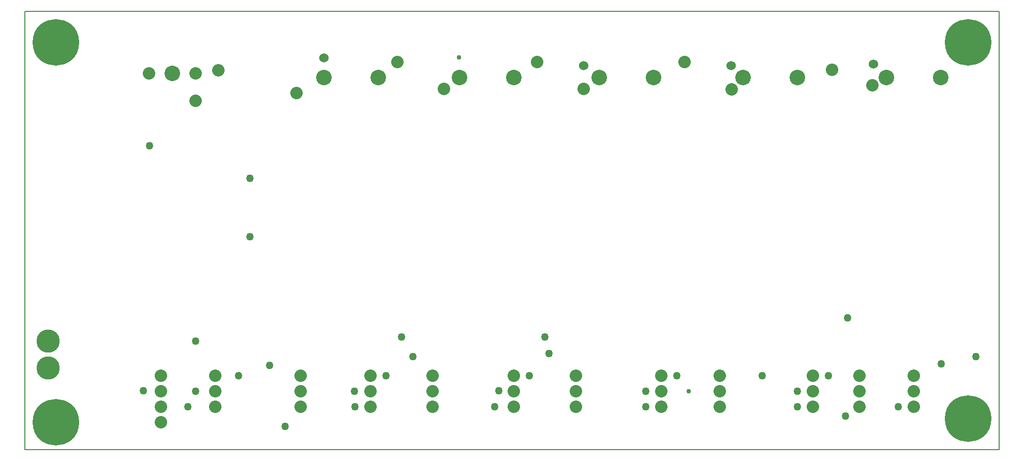
<source format=gbr>
G04 PROTEUS GERBER X2 FILE*
%TF.GenerationSoftware,Labcenter,Proteus,8.7-SP3-Build25561*%
%TF.CreationDate,2021-05-23T19:26:12+00:00*%
%TF.FileFunction,Copper,L3,Inr*%
%TF.FilePolarity,Positive*%
%TF.Part,Single*%
%TF.SameCoordinates,{495e9ac3-030e-4fb4-ac65-1a152484cd29}*%
%FSLAX45Y45*%
%MOMM*%
G01*
%TA.AperFunction,ViaPad*%
%ADD18C,0.762000*%
%ADD19C,1.270000*%
%ADD70C,2.032000*%
%ADD71C,1.524000*%
%TA.AperFunction,ComponentPad*%
%ADD21C,3.810000*%
%ADD22C,2.540000*%
%ADD23C,2.032000*%
%TA.AperFunction,OtherPad,Unknown*%
%ADD34C,7.620000*%
%TA.AperFunction,Profile*%
%ADD39C,0.203200*%
%TD.AperFunction*%
D18*
X+1145382Y-2682923D03*
D19*
X-1079500Y-2730500D03*
X-2032000Y-3556000D03*
X-1524000Y-3048000D03*
X-1270000Y-2413000D03*
X+825500Y-3048000D03*
X+319343Y-3295127D03*
X+254000Y-3556000D03*
X+2730500Y-3302000D03*
X+2730500Y-3556000D03*
X-2039404Y-3298486D03*
X-2033394Y-3554606D03*
X+5207000Y-3302000D03*
X+5207000Y-3556000D03*
X+6032500Y-2095500D03*
X+3238500Y-3048000D03*
X+1079500Y-2413000D03*
X+1143584Y-2681125D03*
D18*
X-3424759Y-2876572D03*
D19*
X+6858000Y-3556000D03*
D18*
X-4635500Y-3302000D03*
D19*
X+5715000Y-3048000D03*
D18*
X+7556500Y-2857500D03*
X+3429000Y-3302000D03*
D19*
X-3937000Y-3048000D03*
X-4635657Y-3301843D03*
X-4762500Y-3556000D03*
X+4635500Y-3048000D03*
X+5995294Y-3705851D03*
X+8128000Y-2730500D03*
X+7558600Y-2855400D03*
X-5497414Y-3295974D03*
D70*
X-2984500Y+1587500D03*
X-571500Y+1651000D03*
X+1714500Y+1651000D03*
X+4134346Y+1645009D03*
X+5778500Y+1968500D03*
X+6437156Y+1707029D03*
X+3365500Y+2095500D03*
X+952500Y+2095500D03*
X-1333500Y+2095500D03*
D19*
X-4635500Y-2476500D03*
X-3429000Y-2876572D03*
X-3175000Y-3873500D03*
X-3749845Y-768079D03*
X-3746500Y+190500D03*
D70*
X-5397500Y+1905000D03*
X-4635500Y+1460500D03*
X-4263961Y+1955083D03*
D19*
X-5394560Y+718686D03*
D18*
X-324557Y+2163862D03*
D71*
X-2540000Y+2159000D03*
X+1714500Y+2032000D03*
X+4127500Y+2032000D03*
X+6451454Y+2056329D03*
D21*
X-7048500Y-2476500D03*
X-7048500Y-2921000D03*
D22*
X-1651000Y+1841500D03*
D23*
X-2921000Y-3556000D03*
X-2921000Y-3048000D03*
X-2921000Y-3302000D03*
D22*
X+571500Y+1841500D03*
D23*
X-762000Y-3556000D03*
X-762000Y-3302000D03*
X-762000Y-3048000D03*
X+1587500Y-3302000D03*
X+1587500Y-3556000D03*
X+1587500Y-3048000D03*
D22*
X+2857500Y+1841500D03*
D23*
X+3937000Y-3556000D03*
X+6223000Y-3556000D03*
X+3937000Y-3048000D03*
X+6223000Y-3048000D03*
X+3937000Y-3302000D03*
X+6223000Y-3302000D03*
D22*
X+5207000Y+1841500D03*
X+7556500Y+1841500D03*
D23*
X+7112000Y-3302000D03*
X+5461000Y-3302000D03*
X+2984500Y-3302000D03*
X+571500Y-3302000D03*
X-1778000Y-3302000D03*
X+7112000Y-3556000D03*
X+5461000Y-3556000D03*
X+2984500Y-3556000D03*
X+571500Y-3556000D03*
X-1778000Y-3556000D03*
X+7112000Y-3048000D03*
X+5461000Y-3048000D03*
X+2984500Y-3048000D03*
X+571500Y-3048000D03*
X-1778000Y-3048000D03*
D22*
X+6667500Y+1841500D03*
X+4318000Y+1841500D03*
X+1968500Y+1841500D03*
X-317500Y+1841500D03*
X-2540000Y+1841500D03*
X-5016500Y+1905000D03*
D23*
X-4318000Y-3556000D03*
X-4318000Y-3048000D03*
X-4318000Y-3302000D03*
D34*
X-6921500Y-3810000D03*
X-6921500Y+2413000D03*
X+8001000Y+2413000D03*
X+8001000Y-3746500D03*
D23*
X-5207000Y-3048000D03*
X-5207000Y-3302000D03*
X-5207000Y-3556000D03*
X-5207000Y-3810000D03*
X-4635500Y+1905000D03*
D39*
X-7429500Y-4254500D02*
X+8509000Y-4254500D01*
X+8509000Y+2921000D01*
X-7429500Y+2921000D01*
X-7429500Y-4254500D01*
M02*

</source>
